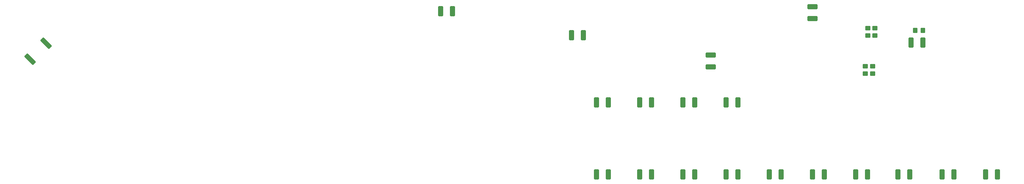
<source format=gbr>
%TF.GenerationSoftware,KiCad,Pcbnew,8.0.9*%
%TF.CreationDate,2025-02-25T23:01:13+01:00*%
%TF.ProjectId,Heizkreiscontroller,4865697a-6b72-4656-9973-636f6e74726f,rev?*%
%TF.SameCoordinates,Original*%
%TF.FileFunction,Paste,Bot*%
%TF.FilePolarity,Positive*%
%FSLAX46Y46*%
G04 Gerber Fmt 4.6, Leading zero omitted, Abs format (unit mm)*
G04 Created by KiCad (PCBNEW 8.0.9) date 2025-02-25 23:01:13*
%MOMM*%
%LPD*%
G01*
G04 APERTURE LIST*
G04 Aperture macros list*
%AMRoundRect*
0 Rectangle with rounded corners*
0 $1 Rounding radius*
0 $2 $3 $4 $5 $6 $7 $8 $9 X,Y pos of 4 corners*
0 Add a 4 corners polygon primitive as box body*
4,1,4,$2,$3,$4,$5,$6,$7,$8,$9,$2,$3,0*
0 Add four circle primitives for the rounded corners*
1,1,$1+$1,$2,$3*
1,1,$1+$1,$4,$5*
1,1,$1+$1,$6,$7*
1,1,$1+$1,$8,$9*
0 Add four rect primitives between the rounded corners*
20,1,$1+$1,$2,$3,$4,$5,0*
20,1,$1+$1,$4,$5,$6,$7,0*
20,1,$1+$1,$6,$7,$8,$9,0*
20,1,$1+$1,$8,$9,$2,$3,0*%
G04 Aperture macros list end*
%ADD10RoundRect,0.250000X-0.412500X-1.100000X0.412500X-1.100000X0.412500X1.100000X-0.412500X1.100000X0*%
%ADD11RoundRect,0.250000X1.100000X-0.412500X1.100000X0.412500X-1.100000X0.412500X-1.100000X-0.412500X0*%
%ADD12RoundRect,0.250000X-0.751301X1.263953X-1.263953X0.751301X0.751301X-1.263953X1.263953X-0.751301X0*%
%ADD13RoundRect,0.250000X-0.450000X0.350000X-0.450000X-0.350000X0.450000X-0.350000X0.450000X0.350000X0*%
%ADD14RoundRect,0.250000X0.350000X0.450000X-0.350000X0.450000X-0.350000X-0.450000X0.350000X-0.450000X0*%
%ADD15RoundRect,0.250000X0.412500X1.100000X-0.412500X1.100000X-0.412500X-1.100000X0.412500X-1.100000X0*%
%ADD16RoundRect,0.250000X0.450000X-0.350000X0.450000X0.350000X-0.450000X0.350000X-0.450000X-0.350000X0*%
G04 APERTURE END LIST*
D10*
%TO.C,C15*%
X224790000Y-82550000D03*
X227915000Y-82550000D03*
%TD*%
D11*
%TO.C,C2*%
X255016000Y-54038900D03*
X255016000Y-50913900D03*
%TD*%
%TO.C,C6*%
X281940000Y-41275000D03*
X281940000Y-38150000D03*
%TD*%
D10*
%TO.C,C1*%
X307975000Y-47625000D03*
X311100000Y-47625000D03*
%TD*%
%TO.C,C25*%
X236220000Y-63500000D03*
X239345000Y-63500000D03*
%TD*%
%TO.C,C19*%
X247650000Y-63500000D03*
X250775000Y-63500000D03*
%TD*%
D12*
%TO.C,R22*%
X79119608Y-47810768D03*
X74930000Y-52000376D03*
%TD*%
D10*
%TO.C,C24*%
X259080000Y-63500000D03*
X262205000Y-63500000D03*
%TD*%
%TO.C,C26*%
X236220000Y-82550000D03*
X239345000Y-82550000D03*
%TD*%
D13*
%TO.C,R2*%
X295910000Y-53880000D03*
X295910000Y-55880000D03*
%TD*%
D10*
%TO.C,C20*%
X224790000Y-63500000D03*
X227915000Y-63500000D03*
%TD*%
%TO.C,C22*%
X270510000Y-82550000D03*
X273635000Y-82550000D03*
%TD*%
%TO.C,C21*%
X247650000Y-82550000D03*
X250775000Y-82550000D03*
%TD*%
%TO.C,C17*%
X281940000Y-82550000D03*
X285065000Y-82550000D03*
%TD*%
%TO.C,C23*%
X304507500Y-82550000D03*
X307632500Y-82550000D03*
%TD*%
D14*
%TO.C,R1*%
X311150000Y-44450000D03*
X309150000Y-44450000D03*
%TD*%
D13*
%TO.C,R3*%
X298450000Y-43815000D03*
X298450000Y-45815000D03*
%TD*%
D10*
%TO.C,C14*%
X316230000Y-82550000D03*
X319355000Y-82550000D03*
%TD*%
D15*
%TO.C,C5*%
X186690000Y-39370000D03*
X183565000Y-39370000D03*
%TD*%
D10*
%TO.C,C13*%
X327710000Y-82550000D03*
X330835000Y-82550000D03*
%TD*%
D15*
%TO.C,C7*%
X221272500Y-45720000D03*
X218147500Y-45720000D03*
%TD*%
D16*
%TO.C,R15*%
X297815000Y-55880000D03*
X297815000Y-53880000D03*
%TD*%
D10*
%TO.C,C16*%
X259080000Y-82550000D03*
X262205000Y-82550000D03*
%TD*%
D13*
%TO.C,R4*%
X296545000Y-43815000D03*
X296545000Y-45815000D03*
%TD*%
D10*
%TO.C,C18*%
X293370000Y-82550000D03*
X296495000Y-82550000D03*
%TD*%
M02*

</source>
